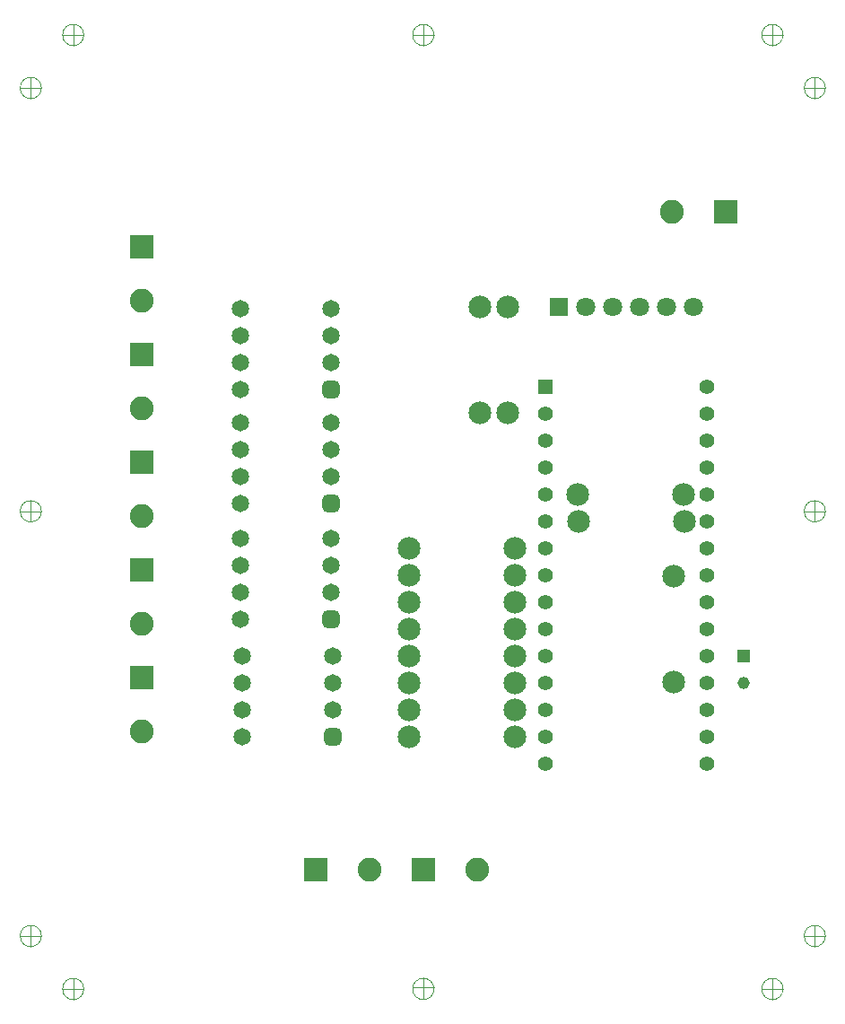
<source format=gbs>
G04*
G04 #@! TF.GenerationSoftware,Altium Limited,Altium Designer,25.2.1 (25)*
G04*
G04 Layer_Color=16711935*
%FSLAX44Y44*%
%MOMM*%
G71*
G04*
G04 #@! TF.SameCoordinates,1C064638-B53A-42AB-B659-0CA3A7FDC49E*
G04*
G04*
G04 #@! TF.FilePolarity,Negative*
G04*
G01*
G75*
%ADD10C,0.0100*%
%ADD15R,2.2500X2.2500*%
%ADD16C,2.2500*%
%ADD17R,2.2500X2.2500*%
%ADD18C,2.1500*%
%ADD19C,1.1500*%
%ADD20R,1.1500X1.1500*%
%ADD21C,1.8000*%
%ADD22R,1.8000X1.8000*%
%ADD23C,1.4140*%
%ADD24R,1.4140X1.4140*%
%ADD25C,1.6500*%
G04:AMPARAMS|DCode=26|XSize=1.65mm|YSize=1.65mm|CornerRadius=0.45mm|HoleSize=0mm|Usage=FLASHONLY|Rotation=90.000|XOffset=0mm|YOffset=0mm|HoleType=Round|Shape=RoundedRectangle|*
%AMROUNDEDRECTD26*
21,1,1.6500,0.7500,0,0,90.0*
21,1,0.7500,1.6500,0,0,90.0*
1,1,0.9000,0.3750,0.3750*
1,1,0.9000,0.3750,-0.3750*
1,1,0.9000,-0.3750,-0.3750*
1,1,0.9000,-0.3750,0.3750*
%
%ADD26ROUNDEDRECTD26*%
D10*
X1840000Y1910000D02*
G03*
X1840000Y1910000I-10000J0D01*
G01*
Y1510665D02*
G03*
X1840000Y1510665I-10000J0D01*
G01*
Y1110000D02*
G03*
X1840000Y1110000I-10000J0D01*
G01*
X1470500Y1060000D02*
G03*
X1470500Y1060000I-10000J0D01*
G01*
X1800000D02*
G03*
X1800000Y1060000I-10000J0D01*
G01*
X1100000Y1910000D02*
G03*
X1100000Y1910000I-10000J0D01*
G01*
Y1510665D02*
G03*
X1100000Y1510665I-10000J0D01*
G01*
Y1110000D02*
G03*
X1100000Y1110000I-10000J0D01*
G01*
X1140000Y1060000D02*
G03*
X1140000Y1060000I-10000J0D01*
G01*
X1800000Y1960000D02*
G03*
X1800000Y1960000I-10000J0D01*
G01*
X1140000D02*
G03*
X1140000Y1960000I-10000J0D01*
G01*
X1470500D02*
G03*
X1470500Y1960000I-10000J0D01*
G01*
X1830000Y1500665D02*
Y1520665D01*
X1820000Y1510665D02*
X1840000D01*
X1830000Y1900000D02*
Y1920000D01*
X1820000Y1910000D02*
X1840000D01*
X1830000Y1100000D02*
Y1120000D01*
X1820000Y1110000D02*
X1840000D01*
X1450500Y1061250D02*
X1470500D01*
X1460500Y1051250D02*
Y1071250D01*
X1130000Y1050000D02*
Y1070000D01*
X1780000Y1060000D02*
X1800000D01*
X1790000Y1050000D02*
Y1070000D01*
X1090000Y1900000D02*
Y1920000D01*
X1080000Y1910000D02*
X1100000D01*
X1090000Y1500665D02*
Y1520665D01*
X1080000Y1510665D02*
X1100000D01*
X1090000Y1100000D02*
Y1120000D01*
X1080000Y1110000D02*
X1100000D01*
X1120000Y1060000D02*
X1140000D01*
X1780000Y1960000D02*
X1800000D01*
X1790000Y1950000D02*
Y1970000D01*
X1450500Y1960080D02*
X1470500D01*
X1460500Y1950080D02*
Y1970080D01*
X1130000Y1950000D02*
Y1970000D01*
X1120000Y1960000D02*
X1140000D01*
D15*
X1460500Y1172210D02*
D03*
X1746250Y1793240D02*
D03*
X1358900Y1172210D02*
D03*
D16*
X1511300D02*
D03*
X1195070Y1506220D02*
D03*
Y1607820D02*
D03*
X1695450Y1793240D02*
D03*
X1409700Y1172210D02*
D03*
X1195070Y1303020D02*
D03*
Y1404620D02*
D03*
Y1709420D02*
D03*
D17*
Y1557020D02*
D03*
Y1658620D02*
D03*
Y1353820D02*
D03*
Y1455420D02*
D03*
Y1760220D02*
D03*
D18*
X1513840Y1703540D02*
D03*
Y1603540D02*
D03*
X1540510D02*
D03*
Y1703540D02*
D03*
X1707350Y1501140D02*
D03*
X1607350D02*
D03*
X1706080Y1526540D02*
D03*
X1606080D02*
D03*
X1696720Y1349540D02*
D03*
Y1449540D02*
D03*
X1547330Y1297940D02*
D03*
X1447330D02*
D03*
X1547330Y1323340D02*
D03*
X1447330D02*
D03*
X1547330Y1348740D02*
D03*
X1447330D02*
D03*
X1547330Y1374140D02*
D03*
X1447330D02*
D03*
X1547330Y1399540D02*
D03*
X1447330D02*
D03*
X1547330Y1424940D02*
D03*
X1447330D02*
D03*
X1547330Y1450340D02*
D03*
X1447330D02*
D03*
X1547330Y1475740D02*
D03*
X1447330D02*
D03*
D19*
X1762760Y1348740D02*
D03*
D20*
Y1374140D02*
D03*
D21*
X1715770Y1703070D02*
D03*
X1690370D02*
D03*
X1664970D02*
D03*
X1639570D02*
D03*
X1614170D02*
D03*
D22*
X1588770D02*
D03*
D23*
X1728470Y1628140D02*
D03*
Y1602740D02*
D03*
Y1577340D02*
D03*
Y1551940D02*
D03*
Y1526540D02*
D03*
Y1501140D02*
D03*
Y1475740D02*
D03*
Y1450340D02*
D03*
Y1424940D02*
D03*
Y1399540D02*
D03*
Y1374140D02*
D03*
Y1348740D02*
D03*
Y1323340D02*
D03*
Y1297940D02*
D03*
Y1272540D02*
D03*
X1576070D02*
D03*
Y1297940D02*
D03*
Y1323340D02*
D03*
Y1348740D02*
D03*
Y1374140D02*
D03*
Y1399540D02*
D03*
Y1424940D02*
D03*
Y1450340D02*
D03*
Y1475740D02*
D03*
Y1501140D02*
D03*
Y1526540D02*
D03*
Y1551940D02*
D03*
Y1577340D02*
D03*
Y1602740D02*
D03*
D24*
Y1628140D02*
D03*
D25*
X1289430Y1374140D02*
D03*
Y1348740D02*
D03*
Y1323340D02*
D03*
Y1297940D02*
D03*
X1375030Y1374140D02*
D03*
Y1348740D02*
D03*
Y1323340D02*
D03*
X1288160Y1484630D02*
D03*
Y1459230D02*
D03*
Y1433830D02*
D03*
Y1408430D02*
D03*
X1373760Y1484630D02*
D03*
Y1459230D02*
D03*
Y1433830D02*
D03*
X1288160Y1593850D02*
D03*
Y1568450D02*
D03*
Y1543050D02*
D03*
Y1517650D02*
D03*
X1373760Y1593850D02*
D03*
Y1568450D02*
D03*
Y1543050D02*
D03*
X1288160Y1701800D02*
D03*
Y1676400D02*
D03*
Y1651000D02*
D03*
Y1625600D02*
D03*
X1373760Y1701800D02*
D03*
Y1676400D02*
D03*
Y1651000D02*
D03*
D26*
X1375030Y1297940D02*
D03*
X1373760Y1408430D02*
D03*
Y1517650D02*
D03*
Y1625600D02*
D03*
M02*

</source>
